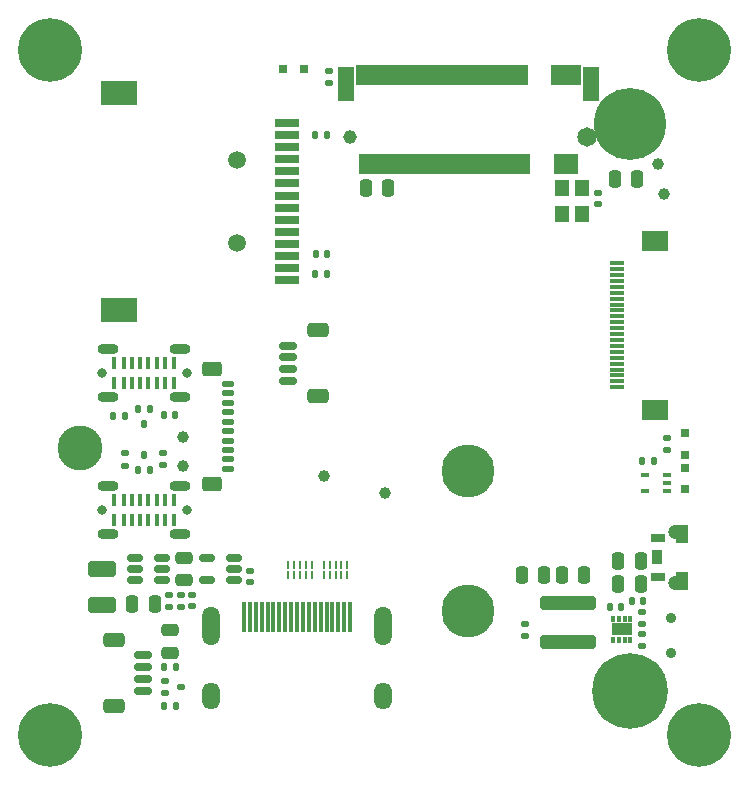
<source format=gts>
G04 #@! TF.GenerationSoftware,KiCad,Pcbnew,9.0.0*
G04 #@! TF.CreationDate,2025-04-23T15:58:58+02:00*
G04 #@! TF.ProjectId,CM5_MINIMA_3,434d355f-4d49-44e4-994d-415f332e6b69,2*
G04 #@! TF.SameCoordinates,Original*
G04 #@! TF.FileFunction,Soldermask,Top*
G04 #@! TF.FilePolarity,Negative*
%FSLAX46Y46*%
G04 Gerber Fmt 4.6, Leading zero omitted, Abs format (unit mm)*
G04 Created by KiCad (PCBNEW 9.0.0) date 2025-04-23 15:58:58*
%MOMM*%
%LPD*%
G01*
G04 APERTURE LIST*
G04 Aperture macros list*
%AMRoundRect*
0 Rectangle with rounded corners*
0 $1 Rounding radius*
0 $2 $3 $4 $5 $6 $7 $8 $9 X,Y pos of 4 corners*
0 Add a 4 corners polygon primitive as box body*
4,1,4,$2,$3,$4,$5,$6,$7,$8,$9,$2,$3,0*
0 Add four circle primitives for the rounded corners*
1,1,$1+$1,$2,$3*
1,1,$1+$1,$4,$5*
1,1,$1+$1,$6,$7*
1,1,$1+$1,$8,$9*
0 Add four rect primitives between the rounded corners*
20,1,$1+$1,$2,$3,$4,$5,0*
20,1,$1+$1,$4,$5,$6,$7,0*
20,1,$1+$1,$6,$7,$8,$9,0*
20,1,$1+$1,$8,$9,$2,$3,0*%
G04 Aperture macros list end*
%ADD10RoundRect,0.150000X0.512500X0.150000X-0.512500X0.150000X-0.512500X-0.150000X0.512500X-0.150000X0*%
%ADD11RoundRect,0.135000X-0.185000X0.135000X-0.185000X-0.135000X0.185000X-0.135000X0.185000X0.135000X0*%
%ADD12RoundRect,0.150000X0.625000X-0.150000X0.625000X0.150000X-0.625000X0.150000X-0.625000X-0.150000X0*%
%ADD13RoundRect,0.250000X0.650000X-0.350000X0.650000X0.350000X-0.650000X0.350000X-0.650000X-0.350000X0*%
%ADD14C,1.000000*%
%ADD15RoundRect,0.250000X-0.250000X-0.475000X0.250000X-0.475000X0.250000X0.475000X-0.250000X0.475000X0*%
%ADD16C,1.500000*%
%ADD17R,2.030000X0.700000*%
%ADD18R,3.100000X2.100000*%
%ADD19R,0.300000X0.500000*%
%ADD20R,1.750000X1.050000*%
%ADD21RoundRect,0.140000X0.170000X-0.140000X0.170000X0.140000X-0.170000X0.140000X-0.170000X-0.140000X0*%
%ADD22R,0.250000X0.680000*%
%ADD23C,4.500000*%
%ADD24C,5.400000*%
%ADD25RoundRect,0.135000X0.135000X0.185000X-0.135000X0.185000X-0.135000X-0.185000X0.135000X-0.185000X0*%
%ADD26R,0.800000X0.700000*%
%ADD27RoundRect,0.250000X2.100000X-0.340000X2.100000X0.340000X-2.100000X0.340000X-2.100000X-0.340000X0*%
%ADD28R,1.200000X1.400000*%
%ADD29RoundRect,0.250000X0.250000X0.475000X-0.250000X0.475000X-0.250000X-0.475000X0.250000X-0.475000X0*%
%ADD30RoundRect,0.250000X0.475000X-0.250000X0.475000X0.250000X-0.475000X0.250000X-0.475000X-0.250000X0*%
%ADD31RoundRect,0.135000X0.185000X-0.135000X0.185000X0.135000X-0.185000X0.135000X-0.185000X-0.135000X0*%
%ADD32C,2.600000*%
%ADD33C,3.800000*%
%ADD34RoundRect,0.150000X-0.625000X0.150000X-0.625000X-0.150000X0.625000X-0.150000X0.625000X0.150000X0*%
%ADD35RoundRect,0.250000X-0.650000X0.350000X-0.650000X-0.350000X0.650000X-0.350000X0.650000X0.350000X0*%
%ADD36RoundRect,0.100000X0.225000X0.100000X-0.225000X0.100000X-0.225000X-0.100000X0.225000X-0.100000X0*%
%ADD37RoundRect,0.125000X0.425000X-0.125000X0.425000X0.125000X-0.425000X0.125000X-0.425000X-0.125000X0*%
%ADD38RoundRect,0.250000X0.600000X-0.350000X0.600000X0.350000X-0.600000X0.350000X-0.600000X-0.350000X0*%
%ADD39RoundRect,0.140000X-0.140000X-0.170000X0.140000X-0.170000X0.140000X0.170000X-0.140000X0.170000X0*%
%ADD40RoundRect,0.250000X-0.925000X0.412500X-0.925000X-0.412500X0.925000X-0.412500X0.925000X0.412500X0*%
%ADD41C,0.800000*%
%ADD42O,1.800000X0.860000*%
%ADD43R,0.400000X1.100000*%
%ADD44C,1.150000*%
%ADD45C,1.650000*%
%ADD46RoundRect,0.102000X-0.150000X-0.775000X0.150000X-0.775000X0.150000X0.775000X-0.150000X0.775000X0*%
%ADD47RoundRect,0.102000X-0.600000X-1.375000X0.600000X-1.375000X0.600000X1.375000X-0.600000X1.375000X0*%
%ADD48RoundRect,0.140000X-0.170000X0.140000X-0.170000X-0.140000X0.170000X-0.140000X0.170000X0.140000X0*%
%ADD49R,0.300000X2.600000*%
%ADD50O,1.500000X3.300000*%
%ADD51O,1.500000X2.300000*%
%ADD52RoundRect,0.140000X0.140000X0.170000X-0.140000X0.170000X-0.140000X-0.170000X0.140000X-0.170000X0*%
%ADD53RoundRect,0.125000X-0.125000X0.175000X-0.125000X-0.175000X0.125000X-0.175000X0.125000X0.175000X0*%
%ADD54RoundRect,0.125000X0.125000X-0.175000X0.125000X0.175000X-0.125000X0.175000X-0.125000X-0.175000X0*%
%ADD55R,1.200000X0.700000*%
%ADD56R,0.950000X1.300000*%
%ADD57C,1.200000*%
%ADD58R,1.000000X1.500000*%
%ADD59R,0.700000X0.800000*%
%ADD60RoundRect,0.125000X-0.175000X-0.125000X0.175000X-0.125000X0.175000X0.125000X-0.175000X0.125000X0*%
%ADD61R,1.300000X0.300000*%
%ADD62R,2.200000X1.800000*%
%ADD63C,5.700000*%
%ADD64C,6.100000*%
%ADD65C,0.900000*%
%ADD66C,6.400000*%
%ADD67C,6.000000*%
G04 APERTURE END LIST*
D10*
X93727500Y-68190000D03*
X93727500Y-67240000D03*
X93727500Y-66290000D03*
X91452500Y-66290000D03*
X91452500Y-68190000D03*
D11*
X118350000Y-71940000D03*
X118350000Y-72960000D03*
D12*
X86075000Y-77550000D03*
X86075000Y-76550000D03*
X86075000Y-75550000D03*
X86075000Y-74550000D03*
D13*
X83550000Y-78850000D03*
X83550000Y-73250000D03*
D14*
X101340000Y-59390000D03*
D15*
X126290000Y-68540000D03*
X128190000Y-68540000D03*
D16*
X94046000Y-32650000D03*
X94046000Y-39650000D03*
D17*
X98212000Y-40740000D03*
X98212000Y-39720000D03*
X98212000Y-38700000D03*
X98212000Y-37680000D03*
X98212000Y-36660000D03*
X98212000Y-35640000D03*
X98212000Y-34620000D03*
X98212000Y-33600000D03*
X98212000Y-32580000D03*
X98212000Y-31560000D03*
X98212000Y-42780000D03*
X98212000Y-41760000D03*
X98212000Y-30540000D03*
X98212000Y-29520000D03*
D18*
X83996000Y-45300000D03*
X83996000Y-27000000D03*
D19*
X127315000Y-71460000D03*
X126815000Y-71460000D03*
X126315000Y-71460000D03*
X125815000Y-71460000D03*
X125815000Y-73260000D03*
X126315000Y-73260000D03*
X126815000Y-73260000D03*
X127315000Y-73260000D03*
D20*
X126565000Y-72360000D03*
D11*
X130440000Y-56190000D03*
X130440000Y-57210000D03*
D15*
X121510000Y-67800000D03*
X123410000Y-67800000D03*
D21*
X95100000Y-68380000D03*
X95100000Y-67420000D03*
D22*
X100350000Y-66910000D03*
X99850000Y-66910000D03*
X99350000Y-66910000D03*
X98850000Y-66910000D03*
X98350000Y-66910000D03*
X98350000Y-67770000D03*
X98850000Y-67770000D03*
X99350000Y-67770000D03*
X99850000Y-67770000D03*
X100350000Y-67770000D03*
D10*
X87657500Y-68200000D03*
X87657500Y-67250000D03*
X87657500Y-66300000D03*
X85382500Y-66300000D03*
X85382500Y-67250000D03*
X85382500Y-68200000D03*
D23*
X113600000Y-58975000D03*
D11*
X89250000Y-69440000D03*
X89250000Y-70460000D03*
D14*
X130150000Y-35550000D03*
D24*
X78150000Y-81350000D03*
D25*
X101660000Y-30525000D03*
X100640000Y-30525000D03*
D23*
X113600000Y-70850000D03*
D25*
X101660000Y-42300000D03*
X100640000Y-42300000D03*
D26*
X97860000Y-24900000D03*
X99660000Y-24900000D03*
D14*
X89430000Y-56070000D03*
D27*
X122000000Y-73465000D03*
X122000000Y-70155000D03*
D28*
X123250000Y-37225000D03*
X123250000Y-35025000D03*
X121550000Y-35025000D03*
X121550000Y-37225000D03*
D24*
X133150000Y-23350000D03*
D15*
X126290000Y-66565000D03*
X128190000Y-66565000D03*
D11*
X101760000Y-25120000D03*
X101760000Y-26140000D03*
D29*
X120000000Y-67800000D03*
X118100000Y-67800000D03*
D30*
X89550000Y-68200000D03*
X89550000Y-66300000D03*
D31*
X128300000Y-71935000D03*
X128300000Y-70915000D03*
D32*
X80750000Y-57000000D03*
D33*
X80750000Y-57000000D03*
D34*
X98325000Y-48350000D03*
X98325000Y-49350000D03*
X98325000Y-50350000D03*
X98325000Y-51350000D03*
D35*
X100850000Y-47050000D03*
X100850000Y-52650000D03*
D15*
X85130000Y-70220000D03*
X87030000Y-70220000D03*
D36*
X130410000Y-60630000D03*
X130410000Y-59980000D03*
X130410000Y-59330000D03*
X128510000Y-59330000D03*
X128510000Y-60630000D03*
D37*
X93280000Y-58790000D03*
X93280000Y-57990000D03*
X93280000Y-57190000D03*
X93280000Y-56390000D03*
X93280000Y-55590000D03*
X93280000Y-54790000D03*
X93280000Y-53990000D03*
X93280000Y-53190000D03*
X93280000Y-52390000D03*
X93280000Y-51590000D03*
D38*
X91880000Y-60090000D03*
X91880000Y-50290000D03*
D39*
X100670000Y-40575000D03*
X101630000Y-40575000D03*
D40*
X82550000Y-67265000D03*
X82550000Y-70340000D03*
D31*
X84500000Y-58499999D03*
X84500000Y-57480001D03*
X128300000Y-73815000D03*
X128300000Y-72795000D03*
D41*
X89730000Y-50700000D03*
X82570000Y-50700000D03*
D42*
X89200000Y-52730000D03*
X89200000Y-48670000D03*
X83100000Y-52730000D03*
X83100000Y-48670000D03*
D43*
X88700000Y-51550000D03*
X87900000Y-51550000D03*
X87200000Y-51550000D03*
X86500000Y-51550000D03*
X85800000Y-51550000D03*
X85100000Y-51550000D03*
X84400000Y-51550000D03*
X83600000Y-51550000D03*
X83600000Y-49850000D03*
X84400000Y-49850000D03*
X85100000Y-49850000D03*
X85800000Y-49850000D03*
X86500000Y-49850000D03*
X87200000Y-49850000D03*
X87900000Y-49850000D03*
X88700000Y-49850000D03*
D25*
X88810000Y-78900000D03*
X87790000Y-78900000D03*
D44*
X103600000Y-30725000D03*
D45*
X123600000Y-30725000D03*
D46*
X104350000Y-25450000D03*
X104600000Y-33000000D03*
X104850000Y-25450000D03*
X105100000Y-33000000D03*
X105350000Y-25450000D03*
X105600000Y-33000000D03*
X105850000Y-25450000D03*
X106100000Y-33000000D03*
X106350000Y-25450000D03*
X106600000Y-33000000D03*
X106850000Y-25450000D03*
X107100000Y-33000000D03*
X107350000Y-25450000D03*
X107600000Y-33000000D03*
X107850000Y-25450000D03*
X108100000Y-33000000D03*
X108350000Y-25450000D03*
X108600000Y-33000000D03*
X108850000Y-25450000D03*
X109100000Y-33000000D03*
X109350000Y-25450000D03*
X109600000Y-33000000D03*
X109850000Y-25450000D03*
X110100000Y-33000000D03*
X110350000Y-25450000D03*
X110600000Y-33000000D03*
X110850000Y-25450000D03*
X111100000Y-33000000D03*
X111350000Y-25450000D03*
X111600000Y-33000000D03*
X111850000Y-25450000D03*
X112100000Y-33000000D03*
X112350000Y-25450000D03*
X112600000Y-33000000D03*
X112850000Y-25450000D03*
X113100000Y-33000000D03*
X113350000Y-25450000D03*
X113600000Y-33000000D03*
X113850000Y-25450000D03*
X114100000Y-33000000D03*
X114350000Y-25450000D03*
X114600000Y-33000000D03*
X114850000Y-25450000D03*
X115100000Y-33000000D03*
X115350000Y-25450000D03*
X115600000Y-33000000D03*
X115850000Y-25450000D03*
X116100000Y-33000000D03*
X116350000Y-25450000D03*
X116600000Y-33000000D03*
X116850000Y-25450000D03*
X117100000Y-33000000D03*
X117350000Y-25450000D03*
X117600000Y-33000000D03*
X117850000Y-25450000D03*
X118100000Y-33000000D03*
X118350000Y-25450000D03*
X118600000Y-33000000D03*
X120850000Y-25450000D03*
X121100000Y-33000000D03*
X121350000Y-25450000D03*
X121600000Y-33000000D03*
X121850000Y-25450000D03*
X122100000Y-33000000D03*
X122350000Y-25450000D03*
X122600000Y-33000000D03*
X122850000Y-25450000D03*
D47*
X103250000Y-26225000D03*
X123950000Y-26225000D03*
D15*
X104900000Y-35000000D03*
X106800000Y-35000000D03*
D14*
X89430000Y-58570000D03*
D21*
X124600000Y-36360000D03*
X124600000Y-35400000D03*
D48*
X90200000Y-69470000D03*
X90200000Y-70430000D03*
D49*
X103590000Y-71340000D03*
X103090000Y-71340000D03*
X102590000Y-71340000D03*
X102090000Y-71340000D03*
X101590000Y-71340000D03*
X101090000Y-71340000D03*
X100590000Y-71340000D03*
X100090000Y-71340000D03*
X99590000Y-71340000D03*
X99090000Y-71340000D03*
X98590000Y-71340000D03*
X98090000Y-71340000D03*
X97590000Y-71340000D03*
X97090000Y-71340000D03*
X96590000Y-71340000D03*
X96090000Y-71340000D03*
X95590000Y-71340000D03*
X95090000Y-71340000D03*
X94590000Y-71340000D03*
D50*
X106340000Y-72070000D03*
X91840000Y-72070000D03*
D51*
X91840000Y-78030000D03*
X106340000Y-78030000D03*
D15*
X126000000Y-34225000D03*
X127900000Y-34225000D03*
D22*
X103350000Y-66910000D03*
X102850000Y-66910000D03*
X102350000Y-66910000D03*
X101850000Y-66910000D03*
X101350000Y-66910000D03*
X101350000Y-67770000D03*
X101850000Y-67770000D03*
X102350000Y-67770000D03*
X102850000Y-67770000D03*
X103350000Y-67770000D03*
D11*
X88250000Y-69440000D03*
X88250000Y-70460000D03*
D52*
X126520000Y-70465000D03*
X125560000Y-70465000D03*
D53*
X86650000Y-53710000D03*
X85650000Y-53710000D03*
X86150000Y-55010000D03*
D39*
X87795000Y-54200000D03*
X88755000Y-54200000D03*
D52*
X84505000Y-54350000D03*
X83545000Y-54350000D03*
D24*
X133150000Y-81350000D03*
D41*
X89730000Y-62250000D03*
X82570000Y-62250000D03*
D42*
X89200000Y-64280000D03*
X89200000Y-60220000D03*
X83100000Y-64280000D03*
X83100000Y-60220000D03*
D43*
X88700000Y-63100000D03*
X87900000Y-63100000D03*
X87200000Y-63100000D03*
X86500000Y-63100000D03*
X85800000Y-63100000D03*
X85100000Y-63100000D03*
X84400000Y-63100000D03*
X83600000Y-63100000D03*
X83600000Y-61400000D03*
X84400000Y-61400000D03*
X85100000Y-61400000D03*
X85800000Y-61400000D03*
X86500000Y-61400000D03*
X87200000Y-61400000D03*
X87900000Y-61400000D03*
X88700000Y-61400000D03*
D54*
X85650000Y-58900000D03*
X86650000Y-58900000D03*
X86150000Y-57600001D03*
D24*
X78150000Y-23350000D03*
D30*
X88350000Y-74350000D03*
X88350000Y-72450000D03*
D55*
X129670000Y-64620000D03*
X129670000Y-67900000D03*
D56*
X129545000Y-66270000D03*
D57*
X131070000Y-64120000D03*
D58*
X131670000Y-64270000D03*
D57*
X131070000Y-68420000D03*
D58*
X131670000Y-68270000D03*
D31*
X87780000Y-58489999D03*
X87780000Y-57470001D03*
D14*
X129610000Y-32980000D03*
D52*
X128370000Y-69995000D03*
X127410000Y-69995000D03*
D59*
X131940000Y-58720000D03*
X131940000Y-60520000D03*
D60*
X87950000Y-76750000D03*
X87950000Y-77750000D03*
X89250000Y-77250000D03*
D61*
X126150000Y-41375000D03*
X126150000Y-41875000D03*
X126150000Y-42375000D03*
X126150000Y-42875000D03*
X126150000Y-43375000D03*
X126150000Y-43875000D03*
X126150000Y-44375000D03*
X126150000Y-44875000D03*
X126150000Y-45375000D03*
X126150000Y-45875000D03*
X126150000Y-46375000D03*
X126150000Y-46875000D03*
X126150000Y-47375000D03*
X126150000Y-47875000D03*
X126150000Y-48375000D03*
X126150000Y-48875000D03*
X126150000Y-49375000D03*
X126150000Y-49875000D03*
X126150000Y-50375000D03*
X126150000Y-50875000D03*
X126150000Y-51375000D03*
X126150000Y-51875000D03*
D62*
X129400000Y-53775000D03*
X129400000Y-39475000D03*
D14*
X106560000Y-60850000D03*
D25*
X88810000Y-75600000D03*
X87790000Y-75600000D03*
D59*
X131940000Y-55780000D03*
X131940000Y-57580000D03*
D25*
X129300000Y-58090000D03*
X128280000Y-58090000D03*
D63*
X127250000Y-77600000D03*
D64*
X127250000Y-29600000D03*
D65*
X130740000Y-71380000D03*
X130740000Y-74380000D03*
D66*
X127250000Y-77600000D03*
D67*
X127250000Y-29600000D03*
M02*

</source>
